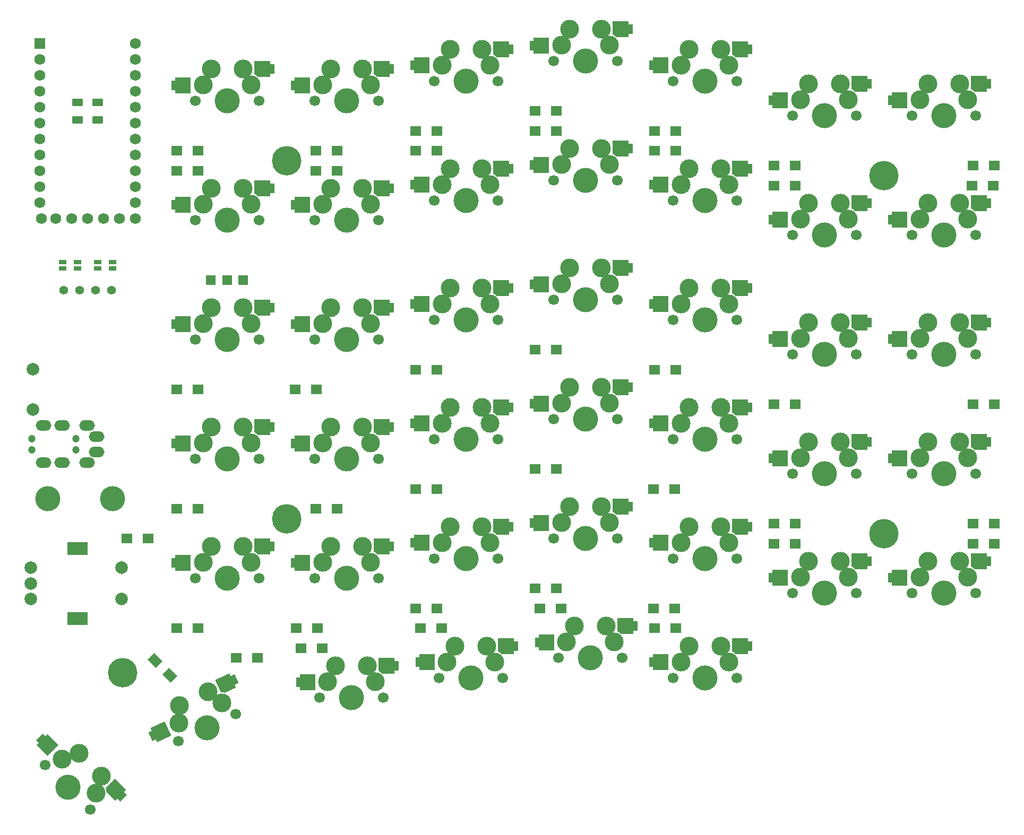
<source format=gbr>
%TF.GenerationSoftware,KiCad,Pcbnew,(6.0.1)*%
%TF.CreationDate,2022-02-14T18:22:42+08:00*%
%TF.ProjectId,Sofle_Extended,536f666c-655f-4457-9874-656e6465642e,rev?*%
%TF.SameCoordinates,Original*%
%TF.FileFunction,Soldermask,Bot*%
%TF.FilePolarity,Negative*%
%FSLAX46Y46*%
G04 Gerber Fmt 4.6, Leading zero omitted, Abs format (unit mm)*
G04 Created by KiCad (PCBNEW (6.0.1)) date 2022-02-14 18:22:42*
%MOMM*%
%LPD*%
G01*
G04 APERTURE LIST*
G04 Aperture macros list*
%AMRoundRect*
0 Rectangle with rounded corners*
0 $1 Rounding radius*
0 $2 $3 $4 $5 $6 $7 $8 $9 X,Y pos of 4 corners*
0 Add a 4 corners polygon primitive as box body*
4,1,4,$2,$3,$4,$5,$6,$7,$8,$9,$2,$3,0*
0 Add four circle primitives for the rounded corners*
1,1,$1+$1,$2,$3*
1,1,$1+$1,$4,$5*
1,1,$1+$1,$6,$7*
1,1,$1+$1,$8,$9*
0 Add four rect primitives between the rounded corners*
20,1,$1+$1,$2,$3,$4,$5,0*
20,1,$1+$1,$4,$5,$6,$7,0*
20,1,$1+$1,$6,$7,$8,$9,0*
20,1,$1+$1,$8,$9,$2,$3,0*%
%AMRotRect*
0 Rectangle, with rotation*
0 The origin of the aperture is its center*
0 $1 length*
0 $2 width*
0 $3 Rotation angle, in degrees counterclockwise*
0 Add horizontal line*
21,1,$1,$2,0,0,$3*%
%AMFreePoly0*
4,1,17,2.735355,1.235355,2.750000,1.200000,2.750000,-1.200000,2.735355,-1.235355,2.700000,-1.250000,0.300001,-1.250000,0.264645,-1.235355,0.250000,-1.200000,0.250000,-0.750000,-0.349999,-0.750000,-0.349999,0.750000,0.250000,0.750000,0.250000,1.200000,0.264645,1.235355,0.300001,1.250000,2.700000,1.250000,2.735355,1.235355,2.735355,1.235355,$1*%
%AMFreePoly1*
4,1,24,-0.364645,1.235355,-0.350000,1.200001,-0.349999,0.750000,0.349999,0.750000,0.349999,-0.750000,-0.349999,-0.750000,-0.350000,-1.200001,-0.364645,-1.235355,-0.400000,-1.250000,-2.300000,-1.250000,-2.315318,-1.243655,-2.331235,-1.239043,-2.831234,-0.839043,-2.832649,-0.836476,-2.835355,-0.835355,-2.841697,-0.820044,-2.849694,-0.805522,-2.848878,-0.802708,-2.850000,-0.800000,-2.850000,1.200000,
-2.835355,1.235355,-2.800000,1.249999,-0.400000,1.250000,-0.364645,1.235355,-0.364645,1.235355,$1*%
G04 Aperture macros list end*
%ADD10C,3.000000*%
%ADD11C,1.700000*%
%ADD12C,4.000000*%
%ADD13FreePoly0,315.000000*%
%ADD14FreePoly1,315.000000*%
%ADD15FreePoly0,0.000000*%
%ADD16FreePoly1,0.000000*%
%ADD17C,4.700000*%
%ADD18R,1.800000X1.500000*%
%ADD19C,1.200000*%
%ADD20O,2.500000X1.700000*%
%ADD21R,1.524000X1.524000*%
%ADD22FreePoly0,25.000000*%
%ADD23FreePoly1,25.000000*%
%ADD24C,2.000000*%
%ADD25RotRect,1.800000X1.500000X315.000000*%
%ADD26R,3.200000X2.000000*%
%ADD27R,1.752600X1.752600*%
%ADD28C,1.752600*%
%ADD29C,1.397000*%
%ADD30RoundRect,0.250000X-0.625000X0.375000X-0.625000X-0.375000X0.625000X-0.375000X0.625000X0.375000X0*%
%ADD31R,1.143000X0.635000*%
%ADD32RoundRect,0.250000X0.625000X-0.375000X0.625000X0.375000X-0.625000X0.375000X-0.625000X-0.375000X0*%
G04 APERTURE END LIST*
D10*
%TO.C,SW41*%
X76889475Y-152672371D03*
D11*
X74195398Y-153570398D03*
D10*
X79583551Y-151774346D03*
X83175654Y-155366449D03*
D12*
X77787500Y-157162500D03*
D11*
X81379602Y-160754602D03*
D10*
X82277628Y-158060526D03*
D13*
X73544859Y-149384325D03*
D14*
X86484913Y-158647424D03*
%TD*%
D11*
%TO.C,SW3*%
X184467500Y-44450000D03*
D10*
X176847500Y-39370000D03*
D11*
X174307500Y-44450000D03*
D12*
X179387500Y-44450000D03*
D10*
X183197500Y-41910000D03*
X181927500Y-39370000D03*
X175577500Y-41909999D03*
D15*
X170887500Y-41950000D03*
D16*
X186587500Y-39350000D03*
%TD*%
D17*
%TO.C,TH7*%
X207962500Y-59531250D03*
%TD*%
D18*
%TO.C,D9*%
X190387500Y-61118750D03*
X193787500Y-61118750D03*
%TD*%
D10*
%TO.C,SW37*%
X164941250Y-133985000D03*
D11*
X156051250Y-136525000D03*
D12*
X161131250Y-136525000D03*
D10*
X158591250Y-131445000D03*
D11*
X166211250Y-136525000D03*
D10*
X163671250Y-131445000D03*
X157321250Y-133984999D03*
D15*
X152631250Y-134025000D03*
D16*
X168331250Y-131425000D03*
%TD*%
D12*
%TO.C,SW31*%
X179387500Y-120650000D03*
D11*
X184467500Y-120650000D03*
D10*
X183197500Y-118110000D03*
X175577500Y-118109999D03*
X181927500Y-115570000D03*
D11*
X174307500Y-120650000D03*
D10*
X176847500Y-115570000D03*
D15*
X170887500Y-118150000D03*
D16*
X186587500Y-115550000D03*
%TD*%
D18*
%TO.C,D12*%
X133237500Y-55562500D03*
X136637500Y-55562500D03*
%TD*%
%TO.C,D27*%
X117362500Y-112712500D03*
X120762500Y-112712500D03*
%TD*%
D19*
%TO.C,J3*%
X72093750Y-103268750D03*
X79093750Y-101518750D03*
X72093750Y-101518750D03*
X79093750Y-103268750D03*
D20*
X80893750Y-105368750D03*
X80893750Y-99418750D03*
X76893750Y-99418750D03*
X76893750Y-105368750D03*
X73893750Y-99418750D03*
X73893750Y-105368750D03*
X82393750Y-101168750D03*
X82393750Y-103618750D03*
%TD*%
D18*
%TO.C,D6*%
X117362500Y-55562500D03*
X120762500Y-55562500D03*
%TD*%
%TO.C,D10*%
X171337500Y-55562500D03*
X174737500Y-55562500D03*
%TD*%
%TO.C,D4*%
X152287500Y-49212500D03*
X155687500Y-49212500D03*
%TD*%
%TO.C,D16*%
X190387500Y-96043750D03*
X193787500Y-96043750D03*
%TD*%
D12*
%TO.C,SW13*%
X122237500Y-66675000D03*
D10*
X126047500Y-64135000D03*
X118427500Y-64134999D03*
X124777500Y-61595000D03*
D11*
X127317500Y-66675000D03*
X117157500Y-66675000D03*
D10*
X119697500Y-61595000D03*
D15*
X113737500Y-64175000D03*
D16*
X129437500Y-61575000D03*
%TD*%
D10*
%TO.C,SW1*%
X214947500Y-44926250D03*
D11*
X222567500Y-50006250D03*
X212407500Y-50006250D03*
D10*
X220027500Y-44926250D03*
X221297500Y-47466250D03*
D12*
X217487500Y-50006250D03*
D10*
X213677500Y-47466249D03*
D15*
X208987500Y-47506250D03*
D16*
X224687500Y-44906250D03*
%TD*%
D21*
%TO.C,J1*%
X105737500Y-76200000D03*
X103237500Y-76200000D03*
X100637500Y-76200000D03*
%TD*%
D11*
%TO.C,SW21*%
X98107500Y-85725000D03*
D10*
X106997500Y-83185000D03*
D12*
X103187500Y-85725000D03*
D11*
X108267500Y-85725000D03*
D10*
X99377500Y-83184999D03*
X105727500Y-80645000D03*
X100647500Y-80645000D03*
D15*
X94687500Y-83225000D03*
D16*
X110387500Y-80625000D03*
%TD*%
D18*
%TO.C,D20*%
X114075000Y-93662500D03*
X117475000Y-93662500D03*
%TD*%
%TO.C,D14*%
X95137500Y-58737500D03*
X98537500Y-58737500D03*
%TD*%
D12*
%TO.C,TH2*%
X84931250Y-111125000D03*
%TD*%
D18*
%TO.C,D3*%
X171337500Y-52387500D03*
X174737500Y-52387500D03*
%TD*%
%TO.C,D32*%
X152287500Y-125412500D03*
X155687500Y-125412500D03*
%TD*%
%TO.C,D8*%
X222025000Y-61118750D03*
X225425000Y-61118750D03*
%TD*%
%TO.C,D17*%
X171337500Y-90487500D03*
X174737500Y-90487500D03*
%TD*%
%TO.C,D23*%
X190387500Y-115093750D03*
X193787500Y-115093750D03*
%TD*%
D10*
%TO.C,SW4*%
X162877500Y-36195000D03*
X164147500Y-38735000D03*
X156527500Y-38734999D03*
D12*
X160337500Y-41275000D03*
D10*
X157797500Y-36195000D03*
D11*
X165417500Y-41275000D03*
X155257500Y-41275000D03*
D15*
X151837500Y-38775000D03*
D16*
X167537500Y-36175000D03*
%TD*%
D18*
%TO.C,D39*%
X114981250Y-134937500D03*
X118381250Y-134937500D03*
%TD*%
%TO.C,D29*%
X222137500Y-118268750D03*
X225537500Y-118268750D03*
%TD*%
D11*
%TO.C,SW33*%
X146367500Y-120650000D03*
D10*
X138747500Y-115570000D03*
X137477500Y-118109999D03*
X145097500Y-118110000D03*
X143827500Y-115570000D03*
D11*
X136207500Y-120650000D03*
D12*
X141287500Y-120650000D03*
D15*
X132787500Y-118150000D03*
D16*
X148487500Y-115550000D03*
%TD*%
D10*
%TO.C,SW14*%
X105727500Y-61595000D03*
D11*
X98107500Y-66675000D03*
D10*
X100647500Y-61595000D03*
X106997500Y-64135000D03*
D11*
X108267500Y-66675000D03*
D12*
X103187500Y-66675000D03*
D10*
X99377500Y-64134999D03*
D15*
X94687500Y-64175000D03*
D16*
X110387500Y-61575000D03*
%TD*%
D18*
%TO.C,D37*%
X153081250Y-128587500D03*
X156481250Y-128587500D03*
%TD*%
%TO.C,D35*%
X95137500Y-131762500D03*
X98537500Y-131762500D03*
%TD*%
D10*
%TO.C,SW17*%
X175577500Y-80009999D03*
D12*
X179387500Y-82550000D03*
D10*
X183197500Y-80010000D03*
X176847500Y-77470000D03*
X181927500Y-77470000D03*
D11*
X174307500Y-82550000D03*
X184467500Y-82550000D03*
D15*
X170887500Y-80050000D03*
D16*
X186587500Y-77450000D03*
%TD*%
D10*
%TO.C,SW40*%
X95486017Y-146945653D03*
X102392082Y-143725303D03*
X95563577Y-144106907D03*
X100167621Y-141960006D03*
D11*
X95408456Y-149784401D03*
D12*
X100012500Y-147637500D03*
D11*
X104616544Y-145490599D03*
D22*
X91252338Y-148963986D03*
D23*
X104382563Y-139972479D03*
%TD*%
D18*
%TO.C,D15*%
X222137500Y-96043750D03*
X225537500Y-96043750D03*
%TD*%
D17*
%TO.C,TH3*%
X112712500Y-114300000D03*
%TD*%
D10*
%TO.C,SW20*%
X126047500Y-83185000D03*
D11*
X127317500Y-85725000D03*
D10*
X124777500Y-80645000D03*
X119697500Y-80645000D03*
D12*
X122237500Y-85725000D03*
D10*
X118427500Y-83184999D03*
D11*
X117157500Y-85725000D03*
D15*
X113737500Y-83225000D03*
D16*
X129437500Y-80625000D03*
%TD*%
D10*
%TO.C,SW32*%
X164147500Y-114935000D03*
D11*
X155257500Y-117475000D03*
D10*
X162877500Y-112395000D03*
X156527500Y-114934999D03*
X157797500Y-112395000D03*
D11*
X165417500Y-117475000D03*
D12*
X160337500Y-117475000D03*
D15*
X151837500Y-114975000D03*
D16*
X167537500Y-112375000D03*
%TD*%
D10*
%TO.C,SW11*%
X156527500Y-57784999D03*
D11*
X165417500Y-60325000D03*
D12*
X160337500Y-60325000D03*
D11*
X155257500Y-60325000D03*
D10*
X162877500Y-55245000D03*
X157797500Y-55245000D03*
X164147500Y-57785000D03*
D15*
X151837500Y-57825000D03*
D16*
X167537500Y-55225000D03*
%TD*%
D10*
%TO.C,SW22*%
X221297500Y-104616250D03*
X214947500Y-102076250D03*
D12*
X217487500Y-107156250D03*
D11*
X212407500Y-107156250D03*
D10*
X213677500Y-104616249D03*
D11*
X222567500Y-107156250D03*
D10*
X220027500Y-102076250D03*
D15*
X208987500Y-104656250D03*
D16*
X224687500Y-102056250D03*
%TD*%
D18*
%TO.C,D42*%
X87200000Y-117475000D03*
X90600000Y-117475000D03*
%TD*%
D24*
%TO.C,RSW1*%
X72231250Y-90412500D03*
X72231250Y-96912500D03*
%TD*%
D18*
%TO.C,D25*%
X152287500Y-106362500D03*
X155687500Y-106362500D03*
%TD*%
D11*
%TO.C,SW9*%
X193357500Y-69056250D03*
X203517500Y-69056250D03*
D10*
X194627500Y-66516249D03*
D12*
X198437500Y-69056250D03*
D10*
X195897500Y-63976250D03*
X200977500Y-63976250D03*
X202247500Y-66516250D03*
D15*
X189937500Y-66556250D03*
D16*
X205637500Y-63956250D03*
%TD*%
D18*
%TO.C,D40*%
X104662500Y-136525000D03*
X108062500Y-136525000D03*
%TD*%
D25*
%TO.C,D41*%
X91666668Y-136910418D03*
X94070832Y-139314582D03*
%TD*%
D18*
%TO.C,D7*%
X95137500Y-55562500D03*
X98537500Y-55562500D03*
%TD*%
%TO.C,D38*%
X134031250Y-131762500D03*
X137431250Y-131762500D03*
%TD*%
%TO.C,D13*%
X117362500Y-58737500D03*
X120762500Y-58737500D03*
%TD*%
D11*
%TO.C,SW15*%
X212407500Y-88106250D03*
X222567500Y-88106250D03*
D10*
X213677500Y-85566249D03*
D12*
X217487500Y-88106250D03*
D10*
X221297500Y-85566250D03*
X214947500Y-83026250D03*
X220027500Y-83026250D03*
D15*
X208987500Y-85606250D03*
D16*
X224687500Y-83006250D03*
%TD*%
D18*
%TO.C,D11*%
X152287500Y-52387500D03*
X155687500Y-52387500D03*
%TD*%
%TO.C,D31*%
X171225000Y-128587500D03*
X174625000Y-128587500D03*
%TD*%
D10*
%TO.C,SW19*%
X138747500Y-77470000D03*
X145097500Y-80010000D03*
D11*
X136207500Y-82550000D03*
D10*
X137477500Y-80009999D03*
D12*
X141287500Y-82550000D03*
D10*
X143827500Y-77470000D03*
D11*
X146367500Y-82550000D03*
D15*
X132787500Y-80050000D03*
D16*
X148487500Y-77450000D03*
%TD*%
D11*
%TO.C,SW16*%
X193357500Y-88106250D03*
D10*
X200977500Y-83026250D03*
X202247500Y-85566250D03*
X194627500Y-85566249D03*
X195897500Y-83026250D03*
D11*
X203517500Y-88106250D03*
D12*
X198437500Y-88106250D03*
D15*
X189937500Y-85606250D03*
D16*
X205637500Y-83006250D03*
%TD*%
D10*
%TO.C,SW23*%
X195897500Y-102076250D03*
D11*
X193357500Y-107156250D03*
D10*
X202247500Y-104616250D03*
D11*
X203517500Y-107156250D03*
D10*
X194627500Y-104616249D03*
D12*
X198437500Y-107156250D03*
D10*
X200977500Y-102076250D03*
D15*
X189937500Y-104656250D03*
D16*
X205637500Y-102056250D03*
%TD*%
D18*
%TO.C,D36*%
X171337500Y-131762500D03*
X174737500Y-131762500D03*
%TD*%
D10*
%TO.C,SW39*%
X119221250Y-140334999D03*
D11*
X128111250Y-142875000D03*
D10*
X120491250Y-137795000D03*
X126841250Y-140335000D03*
D12*
X123031250Y-142875000D03*
D11*
X117951250Y-142875000D03*
D10*
X125571250Y-137795000D03*
D15*
X114531250Y-140375000D03*
D16*
X130231250Y-137775000D03*
%TD*%
D10*
%TO.C,SW36*%
X183197500Y-137160000D03*
D11*
X174307500Y-139700000D03*
D10*
X175577500Y-137159999D03*
X181927500Y-134620000D03*
D12*
X179387500Y-139700000D03*
D10*
X176847500Y-134620000D03*
D11*
X184467500Y-139700000D03*
D15*
X170887500Y-137200000D03*
D16*
X186587500Y-134600000D03*
%TD*%
D10*
%TO.C,SW18*%
X162877500Y-74295000D03*
D11*
X155257500Y-79375000D03*
D12*
X160337500Y-79375000D03*
D10*
X164147500Y-76835000D03*
D11*
X165417500Y-79375000D03*
D10*
X157797500Y-74295000D03*
X156527500Y-76834999D03*
D15*
X151837500Y-76875000D03*
D16*
X167537500Y-74275000D03*
%TD*%
D18*
%TO.C,D19*%
X133237500Y-90487500D03*
X136637500Y-90487500D03*
%TD*%
D10*
%TO.C,SW24*%
X181927500Y-96520000D03*
D11*
X174307500Y-101600000D03*
D10*
X176847500Y-96520000D03*
X175577500Y-99059999D03*
D12*
X179387500Y-101600000D03*
D11*
X184467500Y-101600000D03*
D10*
X183197500Y-99060000D03*
D15*
X170887500Y-99100000D03*
D16*
X186587500Y-96500000D03*
%TD*%
D12*
%TO.C,SW28*%
X103187500Y-104775000D03*
D11*
X108267500Y-104775000D03*
D10*
X106997500Y-102235000D03*
X99377500Y-102234999D03*
X105727500Y-99695000D03*
X100647500Y-99695000D03*
D11*
X98107500Y-104775000D03*
D15*
X94687500Y-102275000D03*
D16*
X110387500Y-99675000D03*
%TD*%
D10*
%TO.C,SW5*%
X138747500Y-39370000D03*
X137477500Y-41909999D03*
D11*
X136207500Y-44450000D03*
D12*
X141287500Y-44450000D03*
D10*
X145097500Y-41910000D03*
D11*
X146367500Y-44450000D03*
D10*
X143827500Y-39370000D03*
D15*
X132787500Y-41950000D03*
D16*
X148487500Y-39350000D03*
%TD*%
D17*
%TO.C,TH5*%
X207962500Y-116681250D03*
%TD*%
D12*
%TO.C,SW35*%
X103187500Y-123825000D03*
D11*
X98107500Y-123825000D03*
X108267500Y-123825000D03*
D10*
X105727500Y-118745000D03*
X99377500Y-121284999D03*
X106997500Y-121285000D03*
X100647500Y-118745000D03*
D15*
X94687500Y-121325000D03*
D16*
X110387500Y-118725000D03*
%TD*%
D24*
%TO.C,SW42*%
X71875000Y-122118750D03*
X71875000Y-127118750D03*
X71875000Y-124618750D03*
D26*
X79375000Y-130218750D03*
X79375000Y-119018750D03*
D24*
X86375000Y-127118750D03*
X86375000Y-122118750D03*
%TD*%
D18*
%TO.C,D30*%
X190387500Y-118268750D03*
X193787500Y-118268750D03*
%TD*%
%TO.C,D5*%
X133237500Y-52387500D03*
X136637500Y-52387500D03*
%TD*%
%TO.C,D21*%
X95137500Y-93662500D03*
X98537500Y-93662500D03*
%TD*%
D10*
%TO.C,SW30*%
X202247500Y-123666250D03*
X194627500Y-123666249D03*
D11*
X193357500Y-126206250D03*
X203517500Y-126206250D03*
D12*
X198437500Y-126206250D03*
D10*
X200977500Y-121126250D03*
X195897500Y-121126250D03*
D15*
X189937500Y-123706250D03*
D16*
X205637500Y-121106250D03*
%TD*%
D18*
%TO.C,D22*%
X222137500Y-115093750D03*
X225537500Y-115093750D03*
%TD*%
D17*
%TO.C,TH4*%
X112712500Y-57150000D03*
%TD*%
D18*
%TO.C,D1*%
X222137500Y-57943750D03*
X225537500Y-57943750D03*
%TD*%
%TO.C,D33*%
X133237500Y-128587500D03*
X136637500Y-128587500D03*
%TD*%
D10*
%TO.C,SW29*%
X220027500Y-121126250D03*
D11*
X222567500Y-126206250D03*
D10*
X221297500Y-123666250D03*
D12*
X217487500Y-126206250D03*
D10*
X214947500Y-121126250D03*
D11*
X212407500Y-126206250D03*
D10*
X213677500Y-123666249D03*
D15*
X208987500Y-123706250D03*
D16*
X224687500Y-121106250D03*
%TD*%
D27*
%TO.C,U1*%
X73342500Y-38417500D03*
D28*
X73342500Y-40957500D03*
X73342500Y-43497500D03*
X73342500Y-46037500D03*
X73342500Y-48577500D03*
X73342500Y-51117500D03*
X73342500Y-53657500D03*
X73342500Y-56197500D03*
X73342500Y-58737500D03*
X73342500Y-61277500D03*
X73342500Y-63817500D03*
X73571100Y-66357500D03*
X88582500Y-66357500D03*
X88582500Y-63817500D03*
X88582500Y-61277500D03*
X88582500Y-58737500D03*
X88582500Y-56197500D03*
X88582500Y-53657500D03*
X88582500Y-51117500D03*
X88582500Y-48577500D03*
X88582500Y-46037500D03*
X88582500Y-43497500D03*
X88582500Y-40957500D03*
X88582500Y-38417500D03*
X75882500Y-66357500D03*
X78422500Y-66357500D03*
X80962500Y-66357500D03*
X83502500Y-66357500D03*
X86042500Y-66357500D03*
%TD*%
D10*
%TO.C,SW10*%
X181927500Y-58420000D03*
D12*
X179387500Y-63500000D03*
D10*
X175577500Y-60959999D03*
X183197500Y-60960000D03*
D11*
X174307500Y-63500000D03*
D10*
X176847500Y-58420000D03*
D11*
X184467500Y-63500000D03*
D15*
X170887500Y-61000000D03*
D16*
X186587500Y-58400000D03*
%TD*%
D10*
%TO.C,SW12*%
X145097500Y-60960000D03*
D11*
X146367500Y-63500000D03*
D10*
X143827500Y-58420000D03*
X138747500Y-58420000D03*
D11*
X136207500Y-63500000D03*
D10*
X137477500Y-60959999D03*
D12*
X141287500Y-63500000D03*
D15*
X132787500Y-61000000D03*
D16*
X148487500Y-58400000D03*
%TD*%
D10*
%TO.C,SW2*%
X195897500Y-44926250D03*
D11*
X193357500Y-50006250D03*
D10*
X200977500Y-44926250D03*
X194627500Y-47466249D03*
D11*
X203517500Y-50006250D03*
D10*
X202247500Y-47466250D03*
D12*
X198437500Y-50006250D03*
D15*
X189937500Y-47506250D03*
D16*
X205637500Y-44906250D03*
%TD*%
D17*
%TO.C,TH6*%
X86518750Y-138906250D03*
%TD*%
D10*
%TO.C,SW8*%
X214947500Y-63976250D03*
X221297500Y-66516250D03*
D12*
X217487500Y-69056250D03*
D11*
X212407500Y-69056250D03*
D10*
X220027500Y-63976250D03*
D11*
X222567500Y-69056250D03*
D10*
X213677500Y-66516249D03*
D15*
X208987500Y-66556250D03*
D16*
X224687500Y-63956250D03*
%TD*%
D18*
%TO.C,D2*%
X190387500Y-57943750D03*
X193787500Y-57943750D03*
%TD*%
D12*
%TO.C,SW38*%
X142081250Y-139700000D03*
D10*
X139541250Y-134620000D03*
X138271250Y-137159999D03*
D11*
X147161250Y-139700000D03*
D10*
X144621250Y-134620000D03*
D11*
X137001250Y-139700000D03*
D10*
X145891250Y-137160000D03*
D15*
X133581250Y-137200000D03*
D16*
X149281250Y-134600000D03*
%TD*%
D18*
%TO.C,D26*%
X133237500Y-109537500D03*
X136637500Y-109537500D03*
%TD*%
D12*
%TO.C,TH1*%
X74612500Y-111125000D03*
%TD*%
D18*
%TO.C,D24*%
X171225000Y-109537500D03*
X174625000Y-109537500D03*
%TD*%
%TO.C,D28*%
X95137500Y-112712500D03*
X98537500Y-112712500D03*
%TD*%
%TO.C,D34*%
X114187500Y-131762500D03*
X117587500Y-131762500D03*
%TD*%
D11*
%TO.C,SW6*%
X117157500Y-47625000D03*
D10*
X118427500Y-45084999D03*
X119697500Y-42545000D03*
D11*
X127317500Y-47625000D03*
D10*
X124777500Y-42545000D03*
X126047500Y-45085000D03*
D12*
X122237500Y-47625000D03*
D15*
X113737500Y-45125000D03*
D16*
X129437500Y-42525000D03*
%TD*%
D11*
%TO.C,SW34*%
X127317500Y-123825000D03*
X117157500Y-123825000D03*
D10*
X118427500Y-121284999D03*
X124777500Y-118745000D03*
X119697500Y-118745000D03*
X126047500Y-121285000D03*
D12*
X122237500Y-123825000D03*
D15*
X113737500Y-121325000D03*
D16*
X129437500Y-118725000D03*
%TD*%
D29*
%TO.C,J2*%
X77152500Y-77787500D03*
X79692500Y-77787500D03*
X82232500Y-77787500D03*
X84772500Y-77787500D03*
%TD*%
D10*
%TO.C,SW7*%
X106997500Y-45085000D03*
D11*
X98107500Y-47625000D03*
D10*
X99377500Y-45084999D03*
D12*
X103187500Y-47625000D03*
D11*
X108267500Y-47625000D03*
D10*
X100647500Y-42545000D03*
X105727500Y-42545000D03*
D15*
X94687500Y-45125000D03*
D16*
X110387500Y-42525000D03*
%TD*%
D18*
%TO.C,D18*%
X152287500Y-87312500D03*
X155687500Y-87312500D03*
%TD*%
D11*
%TO.C,SW25*%
X165417500Y-98425000D03*
X155257500Y-98425000D03*
D10*
X164147500Y-95885000D03*
X157797500Y-93345000D03*
X162877500Y-93345000D03*
D12*
X160337500Y-98425000D03*
D10*
X156527500Y-95884999D03*
D15*
X151837500Y-95925000D03*
D16*
X167537500Y-93325000D03*
%TD*%
D10*
%TO.C,SW26*%
X143827500Y-96520000D03*
D12*
X141287500Y-101600000D03*
D11*
X146367500Y-101600000D03*
D10*
X137477500Y-99059999D03*
X145097500Y-99060000D03*
X138747500Y-96520000D03*
D11*
X136207500Y-101600000D03*
D15*
X132787500Y-99100000D03*
D16*
X148487500Y-96500000D03*
%TD*%
D10*
%TO.C,SW27*%
X124777500Y-99695000D03*
D12*
X122237500Y-104775000D03*
D10*
X126047500Y-102235000D03*
D11*
X117157500Y-104775000D03*
X127317500Y-104775000D03*
D10*
X119697500Y-99695000D03*
X118427500Y-102234999D03*
D15*
X113737500Y-102275000D03*
D16*
X129437500Y-99675000D03*
%TD*%
D30*
%TO.C,R2*%
X79375000Y-47812500D03*
X79375000Y-50612500D03*
%TD*%
D31*
%TO.C,JP7*%
X79375000Y-74319130D03*
X79375000Y-73318370D03*
%TD*%
%TO.C,JP8*%
X76993750Y-74319130D03*
X76993750Y-73318370D03*
%TD*%
D32*
%TO.C,R1*%
X82550000Y-50612500D03*
X82550000Y-47812500D03*
%TD*%
D31*
%TO.C,JP5*%
X84931250Y-74319130D03*
X84931250Y-73318370D03*
%TD*%
%TO.C,JP6*%
X82550000Y-74319130D03*
X82550000Y-73318370D03*
%TD*%
M02*

</source>
